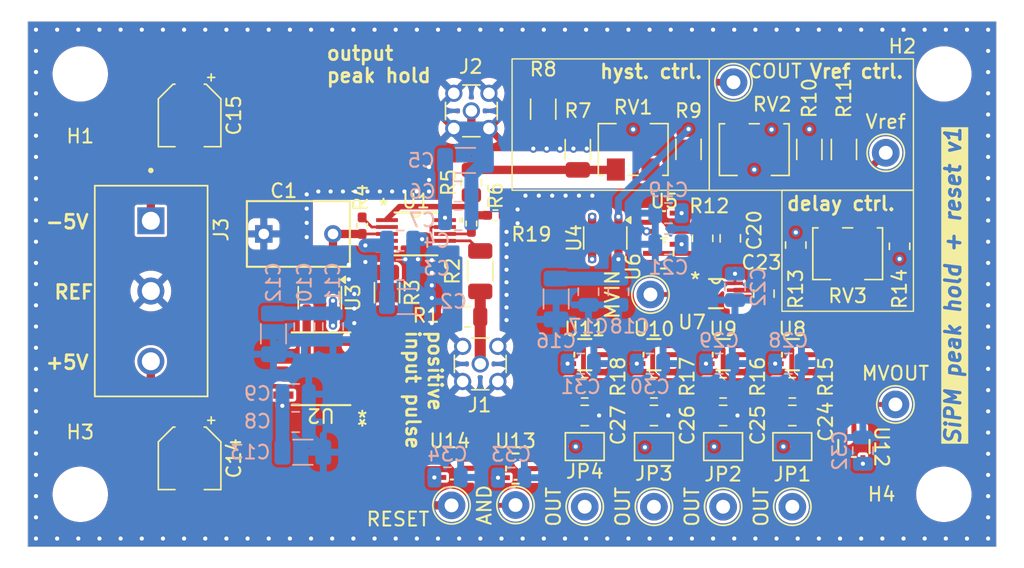
<source format=kicad_pcb>
(kicad_pcb (version 20240108) (generator "pcbnew") (generator_version "8.0")
  (layers (0 "F.Cu" signal) (1 "In1.Cu" signal) (2 "In2.Cu" signal) (31 "B.Cu" signal) (34 "B.Paste" user) (35 "F.Paste" user) (36 "B.SilkS" user "B.Silkscreen") (37 "F.SilkS" user "F.Silkscreen") (38 "B.Mask" user) (39 "F.Mask" user) (44 "Edge.Cuts" user))
  (net 0 "")
  (net 1 "Net-(U1-CHOLD)")
  (net 2 "GND")
  (net 3 "-5V")
  (net 4 "+5V")
  (net 5 "/Peak holder/input-pulse")
  (net 6 "/Peak holder/hold-out")
  (net 7 "Net-(U1-S{slash}HIN+)")
  (net 8 "Net-(U1-HOLDCONTROL)")
  (net 9 "Net-(U1-BASEB)")
  (net 10 "Net-(U1-EMITTERE)")
  (net 11 "Net-(U1-S{slash}HIN-)")
  (net 12 "/Peak holder/delayed-switch-pulse")
  (net 17 "/Peak holder/reset")
  (net 18 "Net-(U6-B)")
  (net 19 "Net-(U7-REXT{slash}CEXT)")
  (net 20 "Net-(U7-CEXT)")
  (net 21 "Net-(JP1-B)")
  (net 22 "Net-(JP2-B)")
  (net 23 "Net-(JP3-B)")
  (net 24 "Net-(JP1-A)")
  (net 25 "Net-(U4-IN+)")
  (net 26 "Net-(U4-OUT)")
  (net 27 "Net-(R9-Pad2)")
  (net 28 "Net-(U4-IN-)")
  (net 29 "Net-(U5-Y)")
  (net 30 "Net-(R14-Pad2)")
  (net 31 "Net-(U8-Y)")
  (net 32 "Net-(U9-Y)")
  (net 33 "Net-(U10-Y)")
  (net 34 "Net-(U11-Y)")
  (net 36 "Net-(U6-Y)")
  (net 37 "/reset-logic/MV PULSE")
  (net 38 "Net-(U13-Y)")
  (net 45 "Net-(U12-Y)")
  (net 47 "Net-(JP4-B)")
  (footprint "Project:NC7ST04P5X" (layer "F.Cu") (at 112.7 65.75 -90)
    (property "Reference" "U12")
    (property "Value" "NC7ST04P5X")
  )
  (footprint "Resistor_SMD:R_1206_3216Metric" (layer "F.Cu") (at 109.48 44.260001 -90)
    (property "Reference" "R10")
    (property "Value" "499k")
  )
  (footprint "Capacitor_SMD:C_0805_2012Metric_Pad1.18x1.45mm_HandSolder" (layer "F.Cu") (at 98.25 63.5)
    (property "Reference" "C26")
    (property "Value" "10p")
  )
  (footprint "Project:74LVCE1G04SE-7" (layer "F.Cu") (at 98.98395 49.5258)
    (property "Reference" "U5")
    (property "Value" "74LVCE1G04SE-7")
  )
  (footprint "Resistor_SMD:R_0402_1005Metric_Pad0.72x0.64mm_HandSolder" (layer "F.Cu") (at 85.06 49.620001 -90)
    (property "Reference" "R6")
    (property "Value" "300")
  )
  (footprint "Project:DGS10" (layer "F.Cu") (at 81.06 50.370001)
    (property "Reference" "U1")
    (property "Value" "OPA615IDGST")
  )
  (footprint "MountingHole:MountingHole_3.5mm" (layer "F.Cu") (at 56.8 38.8 180)
    (property "Reference" "H1")
    (property "Value" "MountingHole")
  )
  (footprint "Resistor_SMD:R_0805_2012Metric_Pad1.20x1.40mm_HandSolder" (layer "F.Cu") (at 108.25 61.5)
    (property "Reference" "R15")
    (property "Value" "1.5k")
  )
  (footprint "Resistor_SMD:R_0402_1005Metric_Pad0.72x0.64mm_HandSolder" (layer "F.Cu") (at 77.1656 49.772501 -90)
    (property "Reference" "R4")
    (property "Value" "100")
  )
  (footprint "Project:TestPoint_THTPad_D2.0mm_Drill1.0mm_JLCrules" (layer "F.Cu") (at 108.25 70.1 90)
    (property "Reference" "OUT")
    (property "Value" "U8OUT")
  )
  (footprint "Capacitor_SMD:CP_Elec_4x4.5" (layer "F.Cu") (at 64.7 41.8 -90)
    (property "Reference" "C15")
    (property "Value" "C_Polarized")
  )
  (footprint "Project:74LVCE1G04SE-7" (layer "F.Cu") (at 83.65 67.3208 180)
    (property "Reference" "U14")
    (property "Value" "74LVCE1G04SE-7")
  )
  (footprint "Project:PHOENIX_1729131" (layer "F.Cu") (at 57.85 46.88 -90)
    (property "Reference" "J3")
    (property "Value" "Screw_Terminal_01x03")
  )
  (footprint "Project:74LVCE1G08SE-7" (layer "F.Cu") (at 98.98395 51.7771)
    (property "Reference" "U6")
    (property "Value" "74LVCE1G08SE-7")
  )
  (footprint "Project:NC7ST04P5X" (layer "F.Cu") (at 103.25 59.100001 180)
    (property "Reference" "U9")
    (property "Value" "NC7ST04P5X")
  )
  (footprint "Project:21-0041B_8_MXM" (layer "F.Cu") (at 74.1975 60.120001 180)
    (property "Reference" "U2")
    (property "Value" "DS1100Z-20+")
  )
  (footprint "Resistor_SMD:R_1206_3216Metric" (layer "F.Cu") (at 92.75 44.275001 90)
    (property "Reference" "R7")
    (property "Value" "500k")
  )
  (footprint "Capacitor_SMD:C_0805_2012Metric" (layer "F.Cu") (at 106.197149 54.6875 90)
    (property "Reference" "C23")
    (property "Value" "100p")
  )
  (footprint "Project:NC7ST04P5X" (layer "F.Cu") (at 98.25 59.100001 180)
    (property "Reference" "U10")
    (property "Value" "NC7ST04P5X")
  )
  (footprint "Resistor_SMD:R_1206_3216Metric" (layer "F.Cu") (at 90.25 41.350001 -90)
    (property "Reference" "R8")
    (property "Value" "1M")
  )
  (footprint "Jumper:SolderJumper-2_P1.3mm_Open_Pad1.0x1.5mm" (layer "F.Cu") (at 98.25 65.75 180)
    (property "Reference" "JP3")
    (property "Value" "SolderJumper_2_Open")
  )
  (footprint "Project:TestPoint_THTPad_D2.0mm_Drill1.0mm_JLCrules" (layer "F.Cu") (at 98 54.75 90)
    (property "Reference" "MVIN")
    (property "Value" "MVIN")
  )
  (footprint "Package_TO_SOT_SMD:SOT-23-5" (layer "F.Cu") (at 74.11 54.982501 -90)
    (property "Reference" "U3")
    (property "Value" "TMUX1102DBVR")
  )
  (footprint "MountingHole:MountingHole_3.5mm" (layer "F.Cu") (at 56.8 69.2)
    (property "Reference" "H3")
    (property "Value" "MountingHole")
  )
  (footprint "Resistor_SMD:R_0805_2012Metric" (layer "F.Cu") (at 84.7875 56.36125)
    (property "Reference" "R1")
    (property "Value" "50")
  )
  (footprint "Potentiometer_SMD:Potentiometer_Bourns_3214W_Vertical" (layer "F.Cu") (at 112.25 51.8)
    (property "Reference" "RV3")
    (property "Value" "200k")
  )
  (footprint "Resistor_SMD:R_0805_2012Metric_Pad1.20x1.40mm_HandSolder" (layer "F.Cu") (at 103.25 61.5)
    (property "Reference" "R16")
    (property "Value" "1.5k")
  )
  (footprint "Capacitor_SMD:CP_Elec_4x4.5" (layer "F.Cu") (at 64.7 66.6 -90)
    (property "Reference" "C14")
    (property "Value" "C_Polarized")
  )
  (footprint "Jumper:SolderJumper-2_P1.3mm_Open_Pad1.0x1.5mm" (layer "F.Cu") (at 108.25 65.75 180)
    (property "Reference" "JP1")
    (property "Value" "SolderJumper_2_Open")
  )
  (footprint "Jumper:SolderJumper-2_P1.3mm_Open_Pad1.0x1.5mm" (layer "F.Cu") (at 93.25 65.75 180)
    (property "Reference" "JP4")
    (property "Value" "SolderJumper_2_Open")
  )
  (footprint "Connector_Coaxial:MMCX_Molex_73415-1471_Vertical" (layer "F.Cu") (at 85.7 59.77 180)
    (property "Reference" "J1")
    (property "Value" "Conn_Coaxial")
  )
  (footprint "MountingHole:MountingHole_3.5mm" (layer "F.Cu") (at 119.2 38.8)
    (property "Reference" "H2")
    (property "Value" "MountingHole")
  )
  (footprint "Project:74LVCE1G08SE-7" (layer "F.Cu") (at 88.25 67.3396 180)
    (property "Reference" "U13")
    (property "Value" "74LVCE1G08SE-7")
  )
  (footprint "Capacitor_SMD:C_0805_2012Metric_Pad1.18x1.45mm_HandSolder" (layer "F.Cu") (at 93.25 63.5)
    (property "Reference" "C27")
    (property "Value" "10p")
  )
  (footprint "Resistor_SMD:R_1206_3216Metric" (layer "F.Cu") (at 85.7 53.0625 -90)
    (property "Reference" "R2")
    (property "Value" "150")
  )
  (footprint "Capacitor_SMD:C_0805_2012Metric" (layer "F.Cu") (at 103.76875 50.6875 90)
    (property "Reference" "C20")
    (property "Value" "10p")
  )
  (footprint "Project:NC7ST04P5X" (layer "F.Cu") (at 108.25 59.100001 180)
    (property "Reference" "U8")
    (property "Value" "NC7ST04P5X")
  )
  (footprint "Capacitor_SMD:C_0805_2012Metric_Pad1.18x1.45mm_HandSolder" (layer "F.Cu") (at 108.25 63.5)
    (property "Reference" "C24")
    (property "Value" "10p")
  )
  (footprint "Resistor_SMD:R_0402_1005Metric_Pad0.72x0.64mm_HandSolder" (layer "F.Cu") (at 86.7975 49.022501 180)
    (property "Reference" "R19")
    (property "Value" "300 or open")
  )
  (footprint "Resistor_SMD:R_0805_2012Metric" (layer "F.Cu") (at 85.06 46.650001 90)
    (property "Reference" "R5")
    (property "Value" "50")
  )
  (footprint "Resistor_SMD:R_1206_3216Metric" (layer "F.Cu") (at 111.98 44.260001 90)
    (property "Reference" "R11")
    (property "Value" "1k")
  )
  (footprint "Project:TestPoint_THTPad_D2.0mm_Drill1.0mm_JLCrules" (layer "F.Cu") (at 104 39.4)
    (property "Reference" "COUT")
    (property "Value" "COMPOUT")
  )
  (footprint "Package_TO_SOT_SMD:SOT-23-5" (layer "F.Cu") (at 94.73395 50.6646 -90)
    (property "Reference" "U4")
    (property "Value" "TLV3601DBVR")
  )
  (footprint "Project:TestPoint_THTPad_D2.0mm_Drill1.0mm_JLCrules" (layer "F.Cu") (at 115.7 62.7)
    (property "Reference" "MVOUT")
    (property "Value" "MVOUT")
  )
  (footprint "Project:TestPoint_THTPad_D2.0mm_Drill1.0mm_JLCrules" (layer "F.Cu") (at 115 44.5)
    (property "Reference" "Vref")
    (property "Value" "Vref")
  )
  (footprint "Resistor_SMD:R_0805_2012Metric" (layer "F.Cu") (at 101.76875 50.6875 90)
    (property "Reference" "R12")
    (property "Value" "500")
  )
  (footprint "Potentiometer_SMD:Potentiometer_Bourns_3214W_Vertical" (layer "F.Cu") (at 96.75 44.262501 180)
    (property "Reference" "RV1")
    (property "Value" "500k")
  )
  (footprint "Resistor_SMD:R_0805_2012Metric_Pad1.20x1.40mm_HandSolder" (layer "F.Cu") (at 93.25 61.5)
    (property "Reference" "R18")
    (property "Value" "1.5k")
  )
  (footprint "Project:FKP2_04.5WX06.0HX07.2L_WIM" (layer "F.Cu") (at 70.06 50.370001)
    (property "Reference" "C1")
    (property "Value" "33p")
  )
  (footprint "Jumper:SolderJumper-2_P1.3mm_Open_Pad1.0x1.5mm" (layer "F.Cu") (at 103.25 65.75 180)
    (property "Reference" "JP2")
    (property "Value" "SolderJumper_2_Open")
  )
  (footprint "Project:TestPoint_THTPad_D2.0mm_Drill1.0mm_JLCrules" (layer "F.Cu") (at 93.25 70.1 90)
    (property "Reference" "OUT")
    (property "Value" "U11OUT")
  )
  (footprint "Project:TestPoint_THTPad_D2.0mm_Drill1.0mm_JLCrules" (layer "F.Cu") (at 88.25 69.975 90)
    (property "Reference" "AND")
    (property "Value" "U13OUT")
  )
  (footprint "Connector_Coaxial:MMCX_Molex_73415-1471_Vertical" (layer "F.Cu") (at 85.06 41.47)
    (property "Reference" "J2")
    (property "Value" "Conn_Coaxial")
  )
  (footprint "Potentiometer_SMD:Potentiometer_Bourns_3214W_Vertical" (layer "F.Cu") (at 105.5 44.272501)
    (property "Reference" "RV2")
    (property "Value" "500k")
  )
  (footprint "Project:NC7ST04P5X" (layer "F.Cu") (at 93.25 59.100001 180)
    (property "Reference" "U11")
    (property "Value" "NC7ST04P5X")
  )
  (footprint "Project:TestPoint_THTPad_D2.0mm_Drill1.0mm_JLCrules" (layer "F.Cu") (at 103.25 70.1 90)
    (property "Reference" "OUT")
    (property "Value" "U9OUT")
  )
  (footprint "MountingHole:MountingHole_3.5mm" (layer "F.Cu") (at 119.2 69.2 90)
    (property "Reference" "H4")
    (property "Value" "MountingHole")
  )
  (footprint "Project:TestPoint_THTPad_D2.0mm_Drill1.0mm_JLCrules" (layer "F.Cu") (at 83.625 70 90)
    (property "Reference" "RESET")
    (property "Value" "RESET")
  )
  (footprint "Capacitor_SMD:C_0805_2012Metric_Pad1.18x1.45mm_HandSolder" (layer "F.Cu") (at 103.25 63.5)
    (property "Reference" "C25")
    (property "Value" "10p")
  )
  (footprint "Resistor_SMD:R_0805_2012Metric" (layer "F.Cu") (at 116 51.2625 90)
    (property "Reference" "R14")
    (property "Value" "100")
  )
  (footprint "Project:SN74LVC1G123DCUR" (layer "F.Cu") (at 102.734649 54.6875)
    (property "Reference" "U7")
    (property "Value" "SN74LVC1G123DCUR")
  )
  (footprint "Resistor_SMD:R_0805_2012Metric_Pad1.20x1.40mm_HandSolder" (layer "F.Cu") (at 98.25 61.5)
    (property "Reference" "R17")
    (property "Value" "1.5k")
  )
  (footprint "Resistor_SMD:R_1206_3216Metric" (layer "F.Cu") (at 78.9645 54.620001 -90)
    (property "Reference" "R3")
    (property "Value" "100")
  )
  (footprint "Resistor_SMD:R_0805_2012Metric" (layer "F.Cu") (at 108.5 51.175 90)
    (property "Reference" "R13")
    (property "Value" "1k")
  )
  (footprint "Resistor_SMD:R_1206_3216Metric" (layer "F.Cu") (at 100.75 44.250001 -90)
    (property "Reference" "R9")
    (property "Value" "500k")
  )
  (footprint "Project:TestPoint_THTPad_D2.0mm_Drill1.0mm_JLCrules" (layer "F.Cu") (at 98.25 70.1 90)
    (property "Reference" "OUT")
    (property "Value" "U10OUT")
  )
  (footprint "Capacitor_SMD:C_0805_2012Metric" (layer "B.Cu") (at 107.961051 59.75 180)
    (property "Reference" "C28")
    (property "Value" "10n")
  )
  (footprint "Capacitor_SMD:C_1206_3216Metric" (layer "B.Cu") (at 70.76 57.595001 -90)
    (property "Reference" "C12")
    (property "Value" "2.2u")
  )
  (footprint "Capacitor_SMD:C_0805_2012Metric" (layer "B.Cu") (at 72.36 61.955001)
    (property "Reference" "C9")
    (property "Value" "470p")
  )
  (footprint "Capacitor_SMD:C_0805_2012Metric" (layer "B.Cu") (at 84.11 47.300001)
    (property "Reference" "C6")
    (property "Value" "10n")
  )
  (footprint "Capacitor_SMD:C_0805_2012Metric" (layer "B.Cu") (at 79.91 52.970001)
    (property "Reference" "C3")
    (property "Value" "10n")
  )
  (footprint "Capacitor_SMD:C_0805_2012Metric" (layer "B.Cu") (at 84.11 49.370001)
    (property "Reference" "C7")
    (property "Value" "470p")
  )
  (footprint "Capacitor_SMD:C_0805_2012Metric" (layer "B.Cu") (at 104.106249 54.2 90)
    (property "Reference" "C22")
    (property "Value" "10n")
  )
  (footprint "Capacitor_SMD:C_1206_3216Metric" (layer "B.Cu") (at 72.885 66.155001)
    (property "Reference" "C13")
    (property "Value" "2.2u")
  )
  (footprint "Capacitor_SMD:C_0805_2012Metric" (layer "B.Cu") (at 79.91 50.857501)
    (property "Reference" "C4")
    (property "Value" "470p")
  )
  (footprint "Capacitor_SMD:C_0805_2012Metric" (layer "B.Cu") (at 99.29915 51.1167)
    (property "Reference" "C21")
    (property "Value" "10n")
  )
  (footprint "Capacitor_SMD:C_1206_3216Metric" (layer "B.Cu") (at 84.635 45.055001)
    (property "Reference" "C5")
    (property "Value" "2.2u")
  )
  (footprint "Capacitor_SMD:C_0805_2012Metric" (layer "B.Cu") (at 102.961051 59.75 180)
    (property "Reference" "C29")
    (property "Value" "10n")
  )
  (footprint "Capacitor_SMD:C_0805_2012Metric" (layer "B.Cu") (at 75.06 57.070001 -90)
    (property "Reference" "C11")
    (property "Value" "470p")
  )
  (footprint "Capacitor_SMD:C_0805_2012Metric" (layer "B.Cu") (at 72.36 63.970001)
    (property "Reference" "C8")
    (property "Value" "10n")
  )
  (footprint "Capacitor_SMD:C_0805_2012Metric" (layer "B.Cu") (at 93.51895 54.55 90)
    (property "Reference" "C17")
    (property "Value" "10n")
  )
  (footprint "Capacitor_SMD:C_0805_2012Metric" (layer "B.Cu") (at 97.961051 59.75 180)
    (property "Reference" "C30")
    (property "Value" "10n")
  )
  (footprint "Capacitor_SMD:C_0805_2012Metric" (layer "B.Cu") (at 83.3348 67.9812)
    (property "Reference" "C34")
    (property "Value" "10n")
  )
  (footprint "Capacitor_SMD:C_0805_2012Metric" (layer "B.Cu") (at 87.9348 68)
    (property "Reference" "C33")
    (property "Value" "10n")
  )
  (footprint "Capacitor_SMD:C_1206_3216Metric" (layer "B.Cu") (at 80.435 55.257501)
    (property "Reference" "C2")
    (property "Value" "2.2u")
  )
  (footprint "Capacitor_SMD:C_0805_2012Metric" (layer "B.Cu") (at 113.349999 66.038949 -90)
    (property "Reference" "C32")
    (property "Value" "10n")
  )
  (footprint "Capacitor_SMD:C_0805_2012Metric" (layer "B.Cu") (at 92.961051 59.75 180)
    (property "Reference" "C31")
    (property "Value" "10n")
  )
  (footprint "Capacitor_SMD:C_1206_3216Metric" (layer "B.Cu") (at 91.18395 55.075 90)
    (property "Reference" "C16")
    (property "Value" "2.2u")
  )
  (footprint "Capacitor_SMD:C_0805_2012Metric" (layer "B.Cu") (at 95.68395 54.55 90)
    (property "Reference" "C18")
    (property "Value" "470p")
  )
  (footprint "Capacitor_SMD:C_0805_2012Metric" (layer "B.Cu") (at 72.995 57.070001 -90)
    (property "Reference" "C10")
    (property "Value" "10n")
  )
  (footprint "Capacitor_SMD:C_0805_2012Metric" (layer "B.Cu") (at 99.29915 48.8654 180)
    (property "Reference" "C19")
    (property "Value" "10n")
  )
  (gr_rect (start 107.5 47.2125) (end 117 55.9625) (stroke (width 0.1)) (fill none) (layer "F.SilkS"))
  (gr_rect (start 88 37.712501) (end 102.25 47.212501) (stroke (width 0.1)) (fill none) (layer "F.SilkS"))
  (gr_rect (start 102.25 37.712501) (end 117 47.212501) (stroke (width 0.1)) (fill none) (layer "F.SilkS"))
  (gr_rect (start 53 35) (end 123 73) (stroke (width 0.05)) (fill none) (layer "Edge.Cuts"))
  (gr_text "SiPM peak hold + reset v1" (at 120.5 65.669046 90) (layer "F.SilkS" knockout) (effects (font (size 1.1 1.1) (thickness 0.24) (bold yes) (italic yes)) (justify left bottom)))
  (gr_text "hyst. ctrl." (at 94.25 39.212501 0) (layer "F.SilkS") (effects (font (size 1 1) (thickness 0.2) (bold yes)) (justify left bottom)))
  (gr_text "Vref ctrl." (at 109.4 39.2 0) (layer "F.SilkS") (effects (font (size 1 1) (thickness 0.2) (bold yes)) (justify left bottom)))
  (gr_text "REF" (at 54.819047 55.164 0) (layer "F.SilkS") (effects (font (size 1 1) (thickness 0.2) (bold yes)) (justify left bottom)))
  (gr_text "-5V" (at 54.2 50.084 0) (layer "F.SilkS") (effects (font (size 1 1) (thickness 0.2) (bold yes)) (justify left bottom)))
  (gr_text "delay ctrl." (at 107.75 48.7625 0) (layer "F.SilkS") (effects (font (size 1 1) (thickness 0.2) (bold yes)) (justify left bottom)))
  (gr_text "output\npeak hold" (at 74.5 39.5 0) (layer "F.SilkS") (effects (font (size 1 1) (thickness 0.2) (bold yes)) (justify left bottom)))
  (gr_text "+5V" (at 54.2 60.244 0) (layer "F.SilkS") (effects (font (size 1 1) (thickness 0.2) (bold yes)) (justify left bottom)))
  (gr_text "positive\ninput pulse" (at 80.25 57.25 270) (layer "F.SilkS") (effects (font (size 1 1) (thickness 0.2) (bold yes)) (justify left bottom)))
  (segment (start 75.06 50.370001) (end 77.1656 50.370001) (width 0.6) (layer "F.Cu") (net 1))
  (segment (start 78.9645 50.370001) (end 77.1656 50.370001) (width 0.2) (layer "F.Cu") (net 1))
  (segment (start 75.06 53.845001) (end 75.06 50.370001) (width 0.6) (layer "F.Cu") (net 1))
  (segment (start 73.16 50.6) (end 73.16 53.845001) (width 0.2) (layer "F.Cu") (net 2))
  (segment (start 82.120002 51.370002) (end 81.5 50.75) (width 0.2) (layer "F.Cu") (net 2))
  (segment (start 83.1555 51.370002) (end 83.1555 52.3555) (width 0.4) (layer "F.Cu") (net 2))
  (segment (start 82.1681 49.870002) (end 82.1381 49.900002) (width 0.2) (layer "F.Cu") (net 2))
  (segment (start 82.1681 51.370002) (end 83.1555 51.370002) (width 0.2) (layer "F.Cu") (net 2))
  (segment (start 83.1555 51.370002) (end 82.120002 51.370002) (width 0.2) (layer "F.Cu") (net 2))
  (segment (start 81.5 50.75) (end 81.7381 50.75) (width 1) (layer "F.Cu") (net 2))
  (segment (start 83.1555 49.870002) (end 82.1681 49.870002) (width 0.2) (layer "F.Cu") (net 2))
  (segment (start 82.1381 51.340002) (end 82.1681 51.370002) (width 0.2) (layer "F.Cu") (net 2))
  (segment (start 82.1381 49.900002) (end 82.1381 51.340002) (width 0.2) (layer "F.Cu") (net 2))
  (via (at 80.288889 52.2) (size 0.6) (drill 0.3) (layers "F.Cu" "B.Cu") (net 2))
  (via (at 65.831104 72.4) (size 0.6) (drill 0.3) (layers "F.Cu" "B.Cu") (net 2))
  (via (at 68.88888 72.4) (size 0.6) (drill 0.3) (layers "F.Cu" "B.Cu") (net 2))
  (via (at 122.4 44.799998) (size 0.6) (drill 0.3) (layers "F.Cu" "B.Cu") (net 2))
  (via (at 79.591096 35.6) (size 0.6) (drill 0.3) (layers "F.Cu" "B.Cu") (net 2))
  (via (at 73.475544 35.6) (size 0.6) (drill 0.3) (layers "F.Cu" "B.Cu") (net 2))
  (via (at 78.44444 47.3) (size 0.6) (drill 0.3) (layers "F.Cu" "B.Cu") (net 2))
  (via (at 88.966666 47.6) (size 0.6) (drill 0.3) (layers "F.Cu" "B.Cu") (net 2))
  (via (at 53.6 46.333331) (size 0.6) (drill 0.3) (layers "F.Cu" "B.Cu") (net 2))
  (via (at 93.8 47.6) (size 0.6) (drill 0.3) (layers "F.Cu" "B.Cu") (net 2))
  (via (at 73.475544 72.4) (size 0.6) (drill 0.3) (layers "F.Cu" "B.Cu") (net 2))
  (via (at 76.6 56.822222) (size 0.6) (drill 0.3) (layers "F.Cu" "B.Cu") (net 2))
  (via (at 87.6 52.955555) (size 0.6) (drill 0.3) (layers "F.Cu" "B.Cu") (net 2))
  (via (at 53.6 37.133333) (size 0.6) (drill 0.3) (layers "F.Cu" "B.Cu") (net 2))
  (via (at 122.4 53.999996) (size 0.6) (drill 0.3) (layers "F.Cu" "B.Cu") (net 2))
  (via (at 104.053304 35.6) (size 0.6) (drill 0.3) (layers "F.Cu" "B.Cu") (net 2))
  (via (at 74.888888 47.3) (size 0.6) (drill 0.3) (layers "F.Cu" "B.Cu") (net 2))
  (via (at 122.4 70.866659) (size 0.6) (drill 0.3) (layers "F.Cu" "B.Cu") (net 2))
  (via (at 119.342184 72.4) (size 0.6) (drill 0.3) (layers "F.Cu" "B.Cu") (net 2))
  (via (at 56.657776 35.6) (size 0.6) (drill 0.3) (layers "F.Cu" "B.Cu") (net 2))
  (via (at 88.764424 35.6) (size 0.6) (drill 0.3) (layers "F.Cu" "B.Cu") (net 2))
  (via (at 99.46664 35.6) (size 0.6) (drill 0.3) (layers "F.Cu" "B.Cu") (net 2))
  (via (at 87.6 54.777777) (size 0.6) (drill 0.3) (layers "F.Cu" "B.Cu") (net 2))
  (via (at 62.773328 72.4) (size 0.6) (drill 0.3) (layers "F.Cu" "B.Cu") (net 2))
  (via (at 91.8222 72.4) (size 0.6) (drill 0.3) (layers "F.Cu" "B.Cu") (net 2))
  (via (at 90.293312 35.6) (size 0.6) (drill 0.3) (layers "F.Cu" "B.Cu") (net 2))
  (via (at 58.186664 72.4) (size 0.6) (drill 0.3) (layers "F.Cu" "B.Cu") (net 2))
  (via (at 120.871072 72.4) (size 0.6) (drill 0.3) (layers "F.Cu" "B.Cu") (net 2))
  (via (at 53.6 55.533329) (size 0.6) (drill 0.3) (layers "F.Cu" "B.Cu") (net 2))
  (via (at 53.6 63.199994) (size 0.6) (drill 0.3) (layers "F.Cu" "B.Cu") (net 2))
  (via (at 55.128888 35.6) (size 0.6) (drill 0.3) (layers "F.Cu" "B.Cu") (net 2))
  (via (at 82.2 55) (size 0.6) (drill 0.3) (layers "F.Cu" "B.Cu") (net 2))
  (via (at 122.4 47.866664) (size 0.6) (drill 0.3) (layers "F.Cu" "B.Cu") (net 2))
  (via (at 53.6 43.266665) (size 0.6) (drill 0.3) (layers "F.Cu" "B.Cu") (net 2))
  (via (at 99.46664 72.4) (size 0.6) (drill 0.3) (layers "F.Cu" "B.Cu") (net 2))
  (via (at 78.062208 72.4) (size 0.6) (drill 0.3) (layers "F.Cu" "B.Cu") (net 2))
  (via (at 94.879976 72.4) (size 0.6) (drill 0.3) (layers "F.Cu" "B.Cu") (net 2))
  (via (at 53.6 57.066662) (size 0.6) (drill 0.3) (layers "F.Cu" "B.Cu") (net 2))
  (via (at 76.53332 35.6) (size 0.6) (drill 0.3) (layers "F.Cu" "B.Cu") (net 2))
  (via (at 56.657776 72.4) (size 0.6) (drill 0.3) (layers "F.Cu" "B.Cu") (net 2))
  (via (at 114.75552 35.6) (size 0.6) (drill 0.3) (layers "F.Cu" "B.Cu") (net 2))
  (via (at 59.715552 72.4) (size 0.6) (drill 0.3) (layers "F.Cu" "B.Cu") (net 2))
  (via (at 65.831104 35.6) (size 0.6) (drill 0.3) (layers "F.Cu" "B.Cu") (net 2))
  (via (at 100.995528 72.4) (size 0.6) (drill 0.3) (layers "F.Cu" "B.Cu") (net 2))
  (via (at 73.16 48.54074) (size 0.6) (drill 0.3) (layers "F.Cu" "B.Cu") (net 2))
  (via (at 87.6 50.222222) (size 0.6) (drill 0.3) (layers "F.Cu" "B.Cu") (net 2))
  (via (at 104.053304 72.4) (size 0.6) (drill 0.3) (layers "F.Cu" "B.Cu") (net 2))
  (via (at 108.639968 72.4) (size 0.6) (drill 0.3) (layers "F.Cu" "B.Cu") (net 2))
  (via (at 122.4 37.133333) (size 0.6) (drill 0.3) (layers "F.Cu" "B.Cu") (net 2))
  (via (at 85.706648 35.6) (size 0.6) (drill 0.3) (layers "F.Cu" "B.Cu") (net 2))
  (via (at 97.937752 35.6) (size 0.6) (drill 0.3) (layers "F.Cu" "B.Cu") (net 2))
  (via (at 59.715552 35.6) (size 0.6) (drill 0.3) (layers "F.Cu" "B.Cu") (net 2))
  (via (at 71.946656 72.4) (size 0.6) (drill 0.3) (layers "F.Cu" "B.Cu") (net 2))
  (via (at 87.235536 35.6) (size 0.6) (drill 0.3) (layers "F.Cu" "B.Cu") (net 2))
  (via (at 67.359992 35.6) (size 0.6) (drill 0.3) (layers "F.Cu" "B.Cu") (net 2))
  (via (at 96.408864 35.6) (size 0.6) (drill 0.3) (layers "F.Cu" "B.Cu") (net 2))
  (via (at 122.4 35.6) (size 0.6) (drill 0.3) (layers "F.Cu" "B.Cu") (net 2))
  (via (at 53.6 70.866659) (size 0.6) (drill 0.3) (layers "F.Cu" "B.Cu") (net 2))
  (via (at 122.4 52.466663) (size 0.6) (drill 0.3) (layers "F.Cu" "B.Cu") (net 2))
  (via (at 81.111104 47.3) (size 0.6) (drill 0.3) (layers "F.Cu" "B.Cu") (net 2))
  (via (at 87.235536 72.4) (size 0.6) (drill 0.3) (layers "F.Cu" "B.Cu") (net 2))
  (via (at 91.866664 47.6) (size 0.6) (drill 0.3) (layers "F.Cu" "B.Cu") (net 2))
  (via (at 71.946656 35.6) (size 0.6) (drill 0.3) (layers "F.Cu" "B.Cu") (net 2))
  (via (at 105.582192 35.6) (size 0.6) (drill 0.3) (layers "F.Cu" "B.Cu") (net 2))
  (via (at 116.284408 35.6) (size 0.6) (drill 0.3) (layers "F.Cu" "B.Cu") (net 2))
  (via (at 107.11108 72.4) (size 0.6) (drill 0.3) (layers "F.Cu" "B.Cu") (net 2))
  (via (at 55.128888 72.4) (size 0.6) (drill 0.3) (layers "F.Cu" "B.Cu") (net 2))
  (via (at 108.639968 35.6) (size 0.6) (drill 0.3) (layers "F.Cu" "B.Cu") (net 2))
  (via (at 82.648872 35.6) (size 0.6) (drill 0.3) (layers "F.Cu" "B.Cu") (net 2))
  (via (at 53.6 66.26666) (size 0.6) (drill 0.3) (layers "F.Cu" "B.Cu") (net 2))
  (via (at 53.6 41.733332) (size 0.6) (drill 0.3) (layers "F.Cu" "B.Cu") (net 2))
  (via (at 81.5 50.75) (size 0.6) (drill 0.3) (layers "F.Cu" "B.Cu") (net 2))
  (via (at 93.4 44.2) (size 0.6) (drill 0.3) (layers "F.Cu" "B.Cu") (net 2))
  (via (at 53.6 67.799993) (size 0.6) (drill 0.3) (layers "F.Cu" "B.Cu") (net 2))
  (via (at 73.16 50.6) (size 0.6) (drill 0.3) (layers "F.Cu" "B.Cu") (net 2))
  (via (at 122.4 63.199994) (size 0.6) (drill 0.3) (layers "F.Cu" "B.Cu") (net 2))
  (via (at 53.6 69.333326) (size 0.6) (drill 0.3) (layers "F.Cu" "B.Cu") (net 2))
  (via (at 81.119984 35.6) (size 0.6) (drill 0.3) (layers "F.Cu" "B.Cu") (net 2))
  (via (at 53.6 61.666661) (size 0.6) (drill 0.3) (layers "F.Cu" "B.Cu") (net 2))
  (via (at 80.222216 47.3) (size 0.6) (drill 0.3) (layers "F.Cu" "B.Cu") (net 2))
  (via (at 87.6 56.6) (size 0.6) (drill 0.3) (layers "F.Cu" "B.Cu") (net 2))
  (via (at 102.524416 35.6) (size 0.6) (drill 0.3) (layers "F.Cu" "B.Cu") (net 2))
  (via (at 64.302216 72.4) (size 0.6) (drill 0.3) (layers "F.Cu" "B.Cu") (net 2))
  (via (at 88.764424 72.4) (size 0.6) (drill 0.3) (layers "F.Cu" "B.Cu") (net 2))
  (via (at 73.16 47.511111) (size 0.6) (drill 0.3) (layers "F.Cu" "B.Cu") (net 2))
  (via (at 84.17776 72.4) (size 0.6) (drill 0.3) (layers "F.Cu" "B.Cu") (net 2))
  (via (at 122.4 61.666661) (size 0.6) (drill 0.3) (layers "F.Cu" "B.Cu") (net 2))
  (via (at 92.43333 44.2) (size 0.6) (drill 0.3) (layers "F.Cu" "B.Cu") (net 2))
  (via (at 81.119984 72.4) (size 0.6) (drill 0.3) (layers "F.Cu" "B.Cu") (net 2))
  (via (at 53.6 60.133328) (size 0.6) (drill 0.3) (layers "F.Cu" "B.Cu") (net 2))
  (via (at 111.697744 72.4) (size 0.6) (drill 0.3) (layers "F.Cu" "B.Cu") (net 2))
  (via (at 113.226632 35.6) (size 0.6) (drill 0.3) (layers "F.Cu" "B.Cu") (net 2))
  (via (at 87.6 51.133333) (size 0.6) (drill 0.3) (layers "F.Cu" "B.Cu") (net 2))
  (via (at 53.6 50.93333) (size 0.6) (drill 0.3) (layers "F.Cu" "B.Cu") (net 2))
  (via (at 70.417768 72.4) (size 0.6) (drill 0.3) (layers "F.Cu" "B.Cu") (net 2))
  (via (at 122.4 46.333331) (size 0.6) (drill 0.3) (layers "F.Cu" "B.Cu") (net 2))
  (via (at 75.777776 47.3) (size 0.6) (drill 0.3) (layers "F.Cu" "B.Cu") (net 2))
  (via (at 93.351088 35.6) (size 0.6) (drill 0.3) (layers "F.Cu" "B.Cu") (net 2))
  (via (at 53.6 40.199999) (size 0.6) (drill 0.3) (layers "F.Cu" "B.Cu") (net 2))
  (via (at 94.2875 63.5) (size 0.6) (drill 0.3) (layers "F.Cu" "B.Cu") (net 2))
  (via (at 87.6 53.866666) (size 0.6) (drill 0.3) (layers "F.Cu" "B.Cu") (net 2))
  (via (at 88.4 48.6) (size 0.6) (drill 0.3) (layers "F.Cu" "B.Cu") (net 2))
  (via (at 77.4 52.4) (size 0.6) (drill 0.3) (layers "F.Cu" "B.Cu") (net 2))
  (via (at 61.24444 35.6) (size 0.6) (drill 0.3) (layers "F.Cu" "B.Cu") (net 2))
  (via (at 119.342184 35.6) (size 0.6) (drill 0.3) (layers "F.Cu" "B.Cu") (net 2))
  (via (at 53.6 64.733327) (size 0.6) (drill 0.3) (layers "F.Cu" "B.Cu") (net 2))
  (via (at 122.4 69.333326) (size 0.6) (drill 0.3) (layers "F.Cu" "B.Cu") (net 2))
  (via (at 110.168856 72.4) (size 0.6) (drill 0.3) (layers "F.Cu" "B.Cu") (net 2))
  (via (at 82 46.466666) (size 0.6) (drill 0.3) (layers "F.Cu" "B.Cu") (net 2))
  (via (at 53.6 52.466663) (size 0.6) (drill 0.3) (layers "F.Cu" "B.Cu") (net 2))
  (via (at 70.417768 35.6) (size 0.6) (drill 0.3) (layers "F.Cu" "B.Cu") (net 2))
  (via (at 122.4 40.199999) (size 0.6) (drill 0.3) (layers "F.Cu" "B.Cu") (net 2))
  (via (at 89.933332 47.6) (size 0.6) (drill 0.3) (layers "F.Cu" "B.Cu") (net 2))
  (via (at 76.2 52.6) (size 0.6) (drill 0.3) (layers "F.Cu" "B.Cu") (net 2))
  (via (at 53.6 58.599995) (size 0.6) (drill 0.3) (layers "F.Cu" "B.Cu") (net 2))
  (via (at 122.4 58.599995) (size 0.6) (drill 0.3) (layers "F.Cu" "B.Cu") (net 2))
  (via (at 100.995528 35.6) (size 0.6) (drill 0.3) (layers "F.Cu" "B.Cu") (net 2))
  (via (at 122.4 60.133328) (size 0.6) (drill 0.3) (layers "F.Cu" "B.Cu") (net 2))
  (via (at 117.813296 72.4) (size 0.6) (drill 0.3) (layers "F.Cu" "B.Cu") (net 2))
  (via (at 122.4 50.93333) (size 0.6) (drill 0.3) (layers "F.Cu" "B.Cu") (net 2))
  (via (at 82.2 54.088889) (size 0.6) (drill 0.3) (layers "F.Cu" "B.Cu") (net 2))
  (via (at 79.591096 72.4) (size 0.6) (drill 0.3) (layers "F.Cu" "B.Cu") (net 2))
  (via (at 122.4 49.399997) (size 0.6) (drill 0.3) (layers "F.Cu" "B.Cu") (net 2))
  (via (at 81.2 52.2) (size 0.6) (drill 0.3) (layers "F.Cu" "B.Cu") (net 2))
  (via (at 76.2 53.655555) (size 0.6) (drill 0.3) (layers "F.Cu" "B.Cu") (net 2))
  (via (at 53.6 49.399997) (size 0.6) (drill 0.3) (layers "F.Cu" "B.Cu") (net 2))
  (via (at 99.2875 63.5) (size 0.6) (drill 0.3) (layers "F.Cu" "B.Cu") (net 2))
  (via (at 122.4 43.266665) (size 0.6) (drill 0.3) (layers "F.Cu" "B.Cu") (net 2))
  (via (at 96.408864 72.4) (size 0.6) (drill 0.3) (layers "F.Cu" "B.Cu") (net 2))
  (via (at 90.293312 72.4) (size 0.6) (drill 0.3) (layers "F.Cu" "B.Cu") (net 2))
  (via (at 68.88888 35.6) (size 0.6) (drill 0.3) (layers "F.Cu" "B.Cu") (net 2))
  (via (at 122.4 66.26666) (size 0.6) (drill 0.3) (layers "F.Cu" "B.Cu") (net 2))
  (via (at 87.6 55.688888) (size 0.6) (drill 0.3) (layers "F.Cu" "B.Cu") (net 2))
  (via (at 62.773328 35.6) (size 0.6) (drill 0.3) (layers "F.Cu" "B.Cu") (net 2))
  (via (at 122.4 64.733327) (size 0.6) (drill 0.3) (layers "F.Cu" "B.Cu") (net 2))
  (via (at 90.899998 47.6) (size 0.6) (drill 0.3) (layers "F.Cu" "B.Cu") (net 2))
  (via (at 58.186664 35.6) (size 0.6) (drill 0.3) (layers "F.Cu" "B.Cu") (net 2))
  (via (at 79.333328 47.3) (size 0.6) (drill 0.3) (layers "F.Cu" "B.Cu") (net 2))
  (via (at 91.466664 44.2) (size 0.6) (drill 0.3) (layers "F.Cu" "B.Cu") (net 2))
  (via (at 93.351088 72.4) (size 0.6) (drill 0.3) (layers "F.Cu" "B.Cu") (net 2))
  (via (at 90.499998 44.2) (size 0.6) (drill 0.3) (layers "F.Cu" "B.Cu") (net 2))
  (via (at 111.697744 35.6) (size 0.6) (drill 0.3) (layers "F.Cu" "B.Cu") (net 2))
  (via (at 76.53332 72.4) (size 0.6) (drill 0.3) (layers "F.Cu" "B.Cu") (net 2))
  (via (at 53.6 38.666666) (size 0.6) (drill 0.3) (layers "F.Cu" "B.Cu") (net 2))
  (via (at 77.555552 47.3) (size 0.6) (drill 0.3) (layers "F.Cu" "B.Cu") (net 2))
  (via (at 116.284408 72.4) (size 0.6) (drill 0.3) (layers "F.Cu" "B.Cu") (net 2))
  (via (at 78.062208 35.6) (size 0.6) (drill 0.3) (layers "F.Cu" "B.Cu") (net 2))
  (via (at 92.83333 47.6) (size 0.6) (drill 0.3) (layers "F.Cu" "B.Cu") (net 2))
  (via (at 120.871072 35.6) (size 0.6) (drill 0.3) (layers "F.Cu" "B.Cu") (net 2))
  (via (at 110.168856 35.6) (size 0.6) (drill 0.3) (layers "F.Cu" "B.Cu") (net 2))
  (via (at 76.6 54.71111) (size 0.6) (drill 0.3) (layers "F.Cu" "B.Cu") (net 2))
  (via (at 67.359992 72.4) (size 0.6) (drill 0.3) (layers "F.Cu" "B.Cu") (net 2))
  (via (at 76.666664 47.3) (size 0.6) (drill 0.3) (layers "F.Cu" "B.Cu") (net 2))
  (via (at 53.6 53.999996) (size 0.6) (drill 0.3) (layers "F.Cu" "B.Cu") (net 2))
  (via (at 104.2875 63.5) (size 0.6) (drill 0.3) (layers "F.Cu" "B.Cu") (net 2))
  (via (at 73.16 49.570369) (size 0.6) (drill 0.3) (layers "F.Cu" "B.Cu") (net 2))
  (via (at 85.706648 72.4) (size 0.6) (drill 0.3) (layers "F.Cu" "B.Cu") (net 2))
  (via (at 114.75552 72.4) (size 0.6) (drill 0.3) (layers "F.Cu" "B.Cu") (net 2))
  (via (at 107.11108 35.6) (size 0.6) (drill 0.3) (layers "F.Cu" "B.Cu") (net 2))
  (via (at 88.4 49.6) (size 0.6) (drill 0.3) (layers "F.Cu" "B.Cu") (net 2))
  (via (at 122.4 72.4) (size 0.6) (drill 0.3) (layers "F.Cu" "B.Cu") (net 2))
  (via (at 82.2 53.177778) (size 0.6) (drill 0.3) (layers "F.Cu" "B.Cu") (net 2))
  (via (at 122.4 57.066662) (size 0.6) (drill 0.3) (layers "F.Cu" "B.Cu") (net 2))
  (via (at 53.6 72.4) (size 0.6) (drill 0.3) (layers "F.Cu" "B.Cu") (net 2))
  (via (at 82 45.533333) (size 0.6) (drill 0.3) (layers "F.Cu" "B.Cu") (net 2))
  (via (at 94.879976 35.6) (size 0.6) (drill 0.3) (layers "F.Cu" "B.Cu") (net 2))
  (via (at 82.2 56.822222) (size 0.6) (drill 0.3) (layers "F.Cu" "B.Cu") (net 2))
  (via (at 53.6 47.866664) (size 0.6) (drill 0.3) (layers "F.Cu" "B.Cu") (net 2))
  (via (at 113.226632 72.4) (size 0.6) (drill 0.3) (layers "F.Cu" "B.Cu") (net 2))
  (via (at 76.6 55.766665) (size 0.6) (drill 0.3) (layers "F.Cu" "B.Cu") (net 2))
  (via (at 75.004432 72.4) (size 0.6) (drill 0.3) (layers "F.Cu" "B.Cu") (net 2))
  (via (at 84.17776 35.6) (size 0.6) (drill 0.3) (layers "F.Cu" "B.Cu") (net 2))
  (via (at 122.4 38.666666) (size 0.6) (drill 0.3) (layers "F.Cu" "B.Cu") (net 2))
  (via (at 87.6 52.044444) (size 0.6) (drill 0.3) (layers "F.Cu" "B.Cu") (net 2))
  (via (at 97.71875 50.1862) (size 0.6) (drill 0.3) (layers "F.Cu" "B.Cu") (net 2))
  (via (at 82.2 52.266667) (size 0.6) (drill 0.3) (layers "F.Cu" "B.Cu") (net 2))
  (via (at 53.6 35.6) (size 0.6) (drill 0.3) (layers "F.Cu" "B.Cu") (net 2))
  (via (at 117.813296 35.6) (size 0.6) (drill 0.3) (layers "F.Cu" "B.Cu") (net 2))
  (via (at 82 47.3) (size 0.6) (drill 0.3) (layers "F.Cu" "B.Cu") (net 2))
  (via (at 89.533332 44.2) (size 0.6) (drill 0.3) (layers "F.Cu" "B.Cu") (net 2))
  (via (at 53.6 44.799998) (size 0.6) (drill 0.3) (layers "F.Cu" "B.Cu") (net 2))
  (via (at 82.648872 72.4) (size 0.6) (drill 0.3) (layers "F.Cu" "B.Cu") (net 2))
  (via (at 75.004432 35.6) (size 0.6) (drill 0.3) (layers "F.Cu" "B.Cu") (net 2))
  (via (at 74 47.3) (size 0.6) (drill 0.3) (layers "F.Cu" "B.Cu") (net 2))
  (via (at 97.937752 72.4) (size 0.6) (drill 0.3) (layers "F.Cu" "B.Cu") (net 2))
  (via (at 122.4 41.733332) (size 0.6) (drill 0.3) (layers "F.Cu" "B.Cu") (net 2))
  (via (at 82.2 55.911111) (size 0.6) (drill 0.3) (layers "F.Cu" "B.Cu") (net 2))
  (via (at 122.4 55.533329) (size 0.6) (drill 0.3) (layers "F.Cu" "B.Cu") (net 2))
  (via (at 64.302216 35.6) (size 0.6) (drill 0.3) (layers "F.Cu" "B.Cu") (net 2))
  (via (at 102.524416 72.4) (size 0.6) (drill 0.3) (layers "F.Cu" "B.Cu") (net 2))
  (via (at 61.24444 72.4) (size 0.6) (drill 0.3) (layers "F.Cu" "B.Cu") (net 2))
  (via (at 122.4 67.799993) (size 0.6) (drill 0.3) (layers "F.Cu" "B.Cu") (net 2))
  (via (at 105.582192 72.4) (size 0.6) (drill 0.3) (layers "F.Cu" "B.Cu") (net 2))
  (via (at 91.8222 35.6) (size 0.6) (drill 0.3) (layers "F.Cu" "B.Cu") (net 2))
  (segment (start 85.06 46.105001) (end 86.11 45.055001) (width 1) (layer "B.Cu") (net 2))
  (segment (start 83.79 42.74) (end 85 42.74) (width 1) (layer "B.Cu") (net 2))
  (segment (start 80.86 54.207501) (end 81.91 55.257501) (width 1) (layer "B.Cu") (net 2))
  (segment (start 71.81 58.020001) (end 70.76 59.070001) (width 1) (layer "B.Cu") (net 2))
  (segment (start 86.11 45.055001) (end 86.11 42.96) (width 1) (layer "B.Cu") (net 2))
  (segment (start 81.5 50.75) (end 80.967501 50.75) (width 1) (layer "B.Cu") (net 2))
  (segment (start 86.105001 45.055001) (end 83.79 42.74) (width 1) (layer "B.Cu") (net 2))
  (segment (start 85.06 49.370001) (end 85.06 46.105001) (width 1) (layer "B.Cu") (net 2))
  (segment (start 85 42.74) (end 86.33 42.74) (width 1) (layer "B.Cu") (net 2))
  (segment (start 80.967501 50.75) (end 80.86 50.857501) (width 1) (layer "B.Cu") (net 2))
  (segment (start 86.11 42.96) (end 86.33 42.74) (width 1) (layer "B.Cu") (net 2))
  (segment (start 86.11 45.055001) (end 86.105001 45.055001) (width 1) (layer "B.Cu") (net 2))
  (segment (start 73.31 65.105001) (end 74.36 66.155001) (width 1) (layer "B.Cu") (net 2))
  (segment (start 80.86 54.207501) (end 80.86 50.857501) (width 1) (layer "B.Cu") (net 2))
  (segment (start 86.11 43.85) (end 85 42.74) (width 1) (layer "B.Cu") (net 2))
  (segment (start 75.06 58.020001) (end 71.81 58.020001) (width 1) (layer "B.Cu") (net 2))
  (segment (start 86.11 45.055001) (end 86.11 43.85) (width 1) (layer "B.Cu") (net 2))
  (segment (start 73.31 61.955001) (end 73.31 65.105001) (width 1) (layer "B.Cu") (net 2))
  (segment (start 77.73 50.87) (end 78.9645 50.87) (width 0.2) (layer "F.Cu") (net 3))
  (segment (start 61.9 49.42) (end 61.9 46.8) (width 0.6) (layer "F.Cu") (net 3))
  (segment (start 61.9 46.8) (end 64.7 44) (width 0.6) (layer "F.Cu") (net 3))
  (segment (start 77.4 51.2) (end 77.73 50.87) (width 0.2) (layer "F.Cu") (net 3))
  (via (at 77.4 51.2) (size 0.6) (drill 0.3) (layers "F.Cu" "B.Cu") (net 3))
  (segment (start 78.96 55.257501) (end 78.96 50.857501) (width 1) (layer "B.Cu") (net 3))
  (segment (start 77.4 51.2) (end 78.617501 51.2) (width 1) (layer "B.Cu") (net 3))
  (segment (start 78.617501 51.2) (end 78.96 50.857501) (width 0.6) (layer "B.Cu") (net 3))
  (segment (start 104.106249 53.25) (end 104.106249 53.937499) (width 0.2) (layer "F.Cu") (net 4))
  (segment (start 61.9 59.58) (end 61.9 61.6) (width 0.6) (layer "F.Cu") (net 4))
  (segment (start 103.26875 53.937499) (end 104.106249 53.937499) (width 0.25) (layer "F.Cu") (net 4))
  (segment (start 75.06 55.2) (end 75.06 57) (width 0.4) (layer "F.Cu") (net 4))
  (segment (start 102.268749 54.9375) (end 103.26875 53.937499) (width 0.25) (layer "F.Cu") (net 4))
  (segment (start 83.1555 49.2) (end 83.1555 49.37) (width 0.2) (layer "F.Cu") (net 4))
  (segment (start 71.4 62.098351) (end 71.47335 62.025001) (width 0.2) (layer "F.Cu") (net 4))
  (segment (start 61.9 61.6) (end 64.7 64.4) (width 0.6) (layer "F.Cu") (net 4))
  (segment (start 75.06 56.120001) (end 75.06 55.2) (width 0.4) (layer "F.Cu") (net 4))
  (segment (start 75.06 56.120001) (end 75.06 57) (width 0.4) (layer "F.Cu") (net 4))
  (segment (start 101.363049 54.9375) (end 102.268749 54.9375) (width 0.25) (layer "F.Cu") (net 4))
  (segment (start 71.4 62.8) (end 71.4 62.098351) (width 0.5) (layer "F.Cu") (net 4))
  (via (at 107.011051 59.75) (size 0.6) (drill 0.3) (layers "F.Cu" "B.Cu") (net 4))
  (via (at 97.011051 59.75) (size 0.6) (drill 0.3) (layers "F.Cu" "B.Cu") (net 4))
  (via (at 95.68395 52.2021) (size 0.6) (drill 0.3) (layers "F.Cu" "B.Cu") (net 4))
  (via (at 109.48 42.797501) (size 0.6) (drill 0.3) (layers "F.Cu" "B.Cu") (net 4))
  (via (at 102.011051 59.75) (size 0.6) (drill 0.3) (layers "F.Cu" "B.Cu") (net 4))
  (via (at 71.4 62.8) (size 0.6) (drill 0.3) (layers "F.Cu" "B.Cu") (net 4))
  (via (at 116 52.175) (size 0.6) (drill 0.3) (layers "F.Cu" "B.Cu") (net 4))
  (via (at 113.349999 66.988949) (size 0.6) (drill 0.3) (layers "F.Cu" "B.Cu") (net 4))
  (via (at 83.1555 49.2) (size 0.6) (drill 0.3) (layers "F.Cu" "B.Cu") (net 4))
  (via (at 75.06 57) (size 0.6) (drill 0.3) (layers "F.Cu" "B.Cu") (net 4))
  (via (at 106.75 42.822501) (size 0.6) (drill 0.3) (layers "F.Cu" "B.Cu") (net 4))
  (via (at 75.06 55.2) (size 0.6) (drill 0.3) (layers "F.Cu" "B.Cu") (net 4))
  (via (at 104.106249 53.25) (size 0.6) (drill 0.3) (layers "F.Cu" "B.Cu") (net 4))
  (via (at 100.24915 51.1167) (size 0.6) (drill 0.3) (layers "F.Cu" "B.Cu") (net 4))
  (via (at 108.5 50.2625) (size 0.6) (drill 0.3) (layers "F.Cu" "B.Cu") (net 4))
  (via (at 92.011051 59.75) (size 0.6) (drill 0.3) (layers "F.Cu" "B.Cu") (net 4))
  (via (at 100.24915 48.8654) (size 0.6) (drill 0.3) (layers "F.Cu" "B.Cu") (net 4))
  (via (at 86.9848 68) (size 0.6) (drill 0.3) (layers "F.Cu" "B.Cu") (net 4))
  (via (at 82.3848 67.9812) (size 0.6) (drill 0.3) (layers "F.Cu" "B.Cu") (net 4))
  (segment (start 95.68395 52.2021) (end 95.68395 53.6) (width 1) (layer "B.Cu") (net 4))
  (segment (start 75.06 57) (end 75.06 56.120001) (width 0.6) (layer "B.Cu") (net 4))
  (segment (start 70.76 56.120001) (end 75.06 56.120001) (width 1) (layer "B.Cu") (net 4))
  (segment (start 75.06 56.120001) (end 75.06 55.2) (width 0.6) (layer "B.Cu") (net 4))
  (segment (start 83.1555 49) (end 83.16 48.9955) (width 0.3) (layer "B.Cu") (net 4))
  (segment (start 83.16 48.9955) (end 83.16 45.055001) (width 1) (layer "B.Cu") (net 4))
  (segment (start 95.68395 53.6) (end 91.18395 53.6) (width 1) (layer "B.Cu") (net 4))
  (segment (start 71.41 66.155001) (end 71.41 61.955001) (width 1) (layer "B.Cu") (net 4))
  (segment (start 85.7 59.77) (end 85.7 54.525) (width 0.8) (layer "F.Cu") (net 5))
  (segment (start 85.06 45.737501) (end 95.475 45.737501) (width 0.6) (layer "F.Cu") (net 6))
  (segment (start 95.475 45.737501) (end 95.5 45.712501) (width 0.6) (layer "F.Cu") (net 6))
  (segment (start 85.06 41.47) (end 85.06 45.737501) (width 0.6) (layer "F.Cu") (net 6))
  (segment (start 83.1555 50.87) (end 83.160501 50.875001) (width 0.2) (layer "F.Cu") (net 7))
  (segment (start 84.97 50.87) (end 83.1555 50.87) (width 0.2) (layer "F.Cu") (net 7))
  (segment (start 85.7 51.6) (end 84.97 50.87) (width 0.2) (layer "F.Cu") (net 7))
  (segment (start 78.9645 53.157501) (end 78.9645 51.370002) (width 0.3) (layer "F.Cu") (net 8))
  (segment (start 77.1656 49.175001) (end 77.860601 49.870002) (width 0.2) (layer "F.Cu") (net 9))
  (segment (start 77.860601 49.870002) (end 78.9645 49.870002) (width 0.2) (layer "F.Cu") (net 9))
  (segment (start 85.06 49.022501) (end 85.06 48.4) (width 0.6) (layer "F.Cu") (net 10))
  (segment (start 85.06 49.022501) (end 86.2 49.022501) (width 0.6) (layer "F.Cu") (net 10))
  (segment (start 85.06 48.4) (end 85.06 47.562501) (width 0.6) (layer "F.Cu") (net 10))
  (segment (start 79.864802 48.4) (end 78.9645 49.300302) (width 0.4) (layer "F.Cu") (net 10))
  (segment (start 85.06 48.4) (end 79.864802 48.4) (width 0.4) (layer "F.Cu") (net 10))
  (segment (start 84.9075 50.370001) (end 85.06 50.217501) (width 0.2) (layer "F.Cu") (net 11))
  (segment (start 83.1555 50.370001) (end 84.9075 50.370001) (width 0.2) (layer "F.Cu") (net 11))
  (segment (start 73.16 59.531901) (end 73.16 56.120001) (width 0.6) (layer "F.Cu") (net 12))
  (segment (start 71.47335 60.755001) (end 71.9369 60.755001) (width 0.6) (layer "F.Cu") (net 12))
  (segment (start 71.9369 60.755001) (end 73.16 59.531901) (width 0.6) (layer "F.Cu") (net 12))
  (segment (start 78.9645 65.9645) (end 79.6604 66.6604) (width 0.6) (layer "F.Cu") (net 17))
  (segment (start 80.5 68.75) (end 80.5 66.6604) (width 0.6) (layer "F.Cu") (net 17))
  (segment (start 78.939499 62.025001) (end 78.9645 62) (width 0.6) (layer "F.Cu") (net 17))
  (segment (start 80.5 66.6604) (end 82.6848 66.6604) (width 0.6) (layer "F.Cu") (net 17))
  (segment (start 76.92165 62.025001) (end 78.939499 62.025001) (width 0.6) (layer "F.Cu") (net 17))
  (segment (start 78.9645 62) (end 78.9645 65.9645) (width 0.6) (layer "F.Cu") (net 17))
  (segment (start 79.6604 66.6604) (end 80.5 66.6604) (width 0.6) (layer "F.Cu") (net 17))
  (segment (start 81.75 70) (end 80.5 68.75) (width 0.6) (layer "F.Cu") (net 17))
  (segment (start 78.9645 56.082501) (end 78.9645 62) (width 0.6) (layer "F.Cu") (net 17))
  (segment (start 83.6152 70) (end 81.75 70) (width 0.6) (layer "F.Cu") (net 17))
  (segment (start 101.76875 51.6) (end 103.73125 51.6) (width 0.35) (layer "F.Cu") (net 18))
  (segment (start 98.01875 51.7771) (end 101.59165 51.7771) (width 0.35) (layer "F.Cu") (net 18))
  (segment (start 101.59165 51.7771) (end 101.76875 51.6) (width 0.35) (layer "F.Cu") (net 18))
  (segment (start 105.497149 54.4375) (end 106.197149 53.7375) (width 0.35) (layer "F.Cu") (net 19))
  (segment (start 107.847149 52.0875) (end 106.197149 53.7375) (width 0.35) (layer "F.Cu") (net 19))
  (segment (start 108.9 53.25) (end 108.5 52.85) (width 0.35) (layer "F.Cu") (net 19))
  (segment (start 104.106249 54.4375) (end 105.497149 54.4375) (width 0.35) (layer "F.Cu") (net 19))
  (segment (start 108.5 52.0875) (end 107.847149 52.0875) (width 0.35) (layer "F.Cu") (net 19))
  (segment (start 112.25 53.25) (end 108.9 53.25) (width 0.35) (layer "F.Cu") (net 19))
  (segment (start 108.5 52.85) (end 108.5 52.0875) (width 0.35) (layer "F.Cu") (net 19))
  (segment (start 106.197149 55.6375) (end 105.497149 54.9375) (width 0.35) (layer "F.Cu") (net 20))
  (segment (start 105.497149 54.9375) (end 104.106249 54.9375) (width 0.35) (layer "F.Cu") (net 20))
  (segment (start 107.25 65.4) (end 107.5 65.65) (width 0.35) (layer "F.Cu") (net 21))
  (segment (start 105.061052 59.100001) (end 104.288949 59.100001) (width 0.35) (layer "F.Cu") (net 21))
  (segment (start 107.6 65.75) (end 107.6 65.75) (width 0.35) (layer "F.Cu") (net 21))
  (segment (start 106.211051 61.5) (end 105.661053 60.950002) (width 0.35) (layer "F.Cu") (net 21))
  (segment (start 105.661053 60.950002) (end 105.661053 59.700002) (width 0.35) (layer "F.Cu") (net 21))
  (segment (start 107.5 65.65) (end 107.5 65.75) (width 0.35) (layer "F.Cu") (net 21))
  (segment (start 107.5 65.75) (end 107.6 65.75) (width 0.35) (layer "F.Cu") (net 21))
  (segment (start 107.25 61.5) (end 107.25 65.4) (width 0.35) (layer "F.Cu") (net 21))
  (segment (start 105.661053 59.700002) (end 105.061052 59.100001) (width 0.35) (layer "F.Cu") (net 21))
  (segment (start 107.25 61.5) (end 106.211051 61.5) (width 0.35) (layer "F.Cu") (net 21))
  (via (at 107.6 65.75) (size 0.6) (drill 0.3) (layers "F.Cu" "B.Cu") (net 21))
  (segment (start 102.6 65.75) (end 102.6 65.75) (width 0.35) (layer "F.Cu") (net 22))
  (segment (start 102.5 65.75) (end 102.6 65.75) (width 0.35) (layer "F.Cu") (net 22))
  (segment (start 100.061054 59.100001) (end 99.288949 59.100001) (width 0.35) (layer "F.Cu") (net 22))
  (segment (start 100.661053 59.7) (end 100.061054 59.100001) (width 0.35) (layer "F.Cu") (net 22))
  (segment (start 102.25 61.5) (end 101.211053 61.5) (width 0.35) (layer "F.Cu") (net 22))
  (segment (start 102.25 61.5) (end 102.25 65.4) (width 0.35) (layer "F.Cu") (net 22))
  (segment (start 100.661053 60.95) (end 100.661053 59.7) (width 0.35) (layer "F.Cu") (net 22))
  (segment (start 102.25 65.4) (end 102.5 65.65) (width 0.35) (layer "F.Cu") (net 22))
  (segment (start 102.5 65.65) (end 102.5 65.75) (width 0.35) (layer "F.Cu") (net 22))
  (segment (start 101.211053 61.5) (end 100.661053 60.95) (width 0.35) (layer "F.Cu") (net 22))
  (via (at 102.6 65.75) (size 0.6) (drill 0.3) (layers "F.Cu" "B.Cu") (net 22))
  (segment (start 97.6 65.75) (end 97.6 65.75) (width 0.35) (layer "F.Cu") (net 23))
  (segment (start 95.661053 60.95) (end 95.661053 59.7) (width 0.35) (layer "F.Cu") (net 23))
  (segment (start 97.5 65.65) (end 97.5 65.75) (width 0.35) (layer "F.Cu") (net 23))
  (segment (start 95.061054 59.100001) (end 94.288949 59.100001) (width 0.35) (layer "F.Cu") (net 23))
  (segment (start 97.25 61.5) (end 96.211053 61.5) (width 0.35) (layer "F.Cu") (net 23))
  (segment (start 97.25 61.5) (end 97.25 65.4) (width 0.35) (layer "F.Cu") (net 23))
  (segment (start 97.25 65.4) (end 97.5 65.65) (width 0.35) (layer "F.Cu") (net 23))
  (segment (start 95.661053 59.7) (end 95.061054 59.100001) (width 0.35) (layer "F.Cu") (net 23))
  (segment (start 97.5 65.75) (end 97.6 65.75) (width 0.35) (layer "F.Cu") (net 23))
  (segment (start 96.211053 61.5) (end 95.661053 60.95) (width 0.35) (layer "F.Cu") (net 23))
  (via (at 97.6 65.8) (size 0.6) (drill 0.3) (layers "F.Cu" "B.Cu") (net 23))
  (segment (start 98.9 67.438949) (end 98.911053 67.450002) (width 0.35) (layer "F.Cu") (net 24))
  (segment (start 103.9 65.75) (end 103.9 67.438949) (width 0.35) (layer "F.Cu") (net 24))
  (segment (start 93.161055 67.450002) (end 93.911053 67.450002) (width 0.35) (layer "F.Cu") (net 24))
  (segment (start 93.9 65.75) (end 93.9 67.438949) (width 0.35) (layer "F.Cu") (net 24))
  (segment (start 98.911053 67.450002) (end 94.911053 67.450002) (width 0.35) (layer "F.Cu") (net 24))
  (segment (start 90.299998 67.450002) (end 90.189596 67.3396) (width 0.35) (layer "F.Cu") (net 24))
  (segment (start 103.9 67.438949) (end 103.911053 67.450002) (width 0.35) (layer "F.Cu") (net 24))
  (segment (start 104.411053 67.450002) (end 103.911053 67.450002) (width 0.35) (layer "F.Cu") (net 24))
  (segment (start 93.9 67.438949) (end 93.911053 67.450002) (width 0.35) (layer "F.Cu") (net 24))
  (segment (start 108.9 65.75) (end 108.9 66.7) (width 0.35) (layer "F.Cu") (net 24))
  (segment (start 104.411053 67.450002) (end 98.911053 67.450002) (width 0.35) (layer "F.Cu") (net 24))
  (segment (start 93.911053 67.450002) (end 94.911053 67.450002) (width 0.35) (layer "F.Cu") (net 24))
  (segment (start 108.149998 67.450002) (end 104.411053 67.450002) (width 0.35) (layer "F.Cu") (net 24))
  (segment (start 108.9 66.7) (end 108.149998 67.450002) (width 0.35) (layer "F.Cu") (net 24))
  (segment (start 98.9 65.75) (end 98.9 67.438949) (width 0.35) (layer "F.Cu") (net 24))
  (segment (start 90.189596 67.3396) (end 89.2152 67.3396) (width 0.35) (layer "F.Cu") (net 24))
  (segment (start 93.161055 67.450002) (end 90.299998 67.450002) (width 0.35) (layer "F.Cu") (net 24))
  (segment (start 90.25 42.812501) (end 96.75 42.812501) (width 0.5) (layer "F.Cu") (net 25))
  (via (at 96.75 42.812501) (size 0.6) (drill 0.3) (layers "F.Cu" "B.Cu") (net 25))
  (via (at 93.78395 49.1271) (size 0.6) (drill 0.3) (layers "F.Cu" "B.Cu") (net 25))
  (segment (start 100.75 41.25) (end 100.75 42.787501) (width 0.5) (layer "F.Cu") (net 26))
  (segment (start 95.68395 49.5271) (end 96.43395 50.2771) (width 0.35) (layer "F.Cu") (net 26))
  (segment (start 97.27485 51.1167) (end 98.01875 51.1167) (width 0.35) (layer "F.Cu") (net 26))
  (segment (start 99.387501 39.887501) (end 99.875002 39.4) (width 0.5) (layer "F.Cu") (net 26))
  (segment (start 96.93395 50.2771) (end 96.93395 50.7758) (width 0.35) (layer "F.Cu") (net 26))
  (segment (start 96.93395 49.8518) (end 96.93395 50.2771) (width 0.35) (layer "F.Cu") (net 26))
  (segment (start 99.875002 39.4) (end 104 39.4) (width 0.5) (layer "F.Cu") (net 26))
  (segment (start 90.25 39.887501) (end 99.387501 39.887501) (width 0.5) (layer "F.Cu") (net 26))
  (segment (start 96.43395 50.2771) (end 96.93395 50.2771) (width 0.35) (layer "F.Cu") (net 26))
  (segment (start 99.387501 39.887501) (end 100.75 41.25) (width 0.5) (layer "F.Cu") (net 26))
  (segment (start 96.93395 50.7758) (end 97.27485 51.1167) (width 0.35) (layer "F.Cu") (net 26))
  (segment (start 97.25995 49.5258) (end 96.93395 49.8518) (width 0.35) (layer "F.Cu") (net 26))
  (segment (start 98.01875 49.5258) (end 97.25995 49.5258) (width 0.35) (layer "F.Cu") (net 26))
  (via (at 100.75 42.787501) (size 0.6) (drill 0.3) (layers "F.Cu" "B.Cu") (net 26))
  (via (at 95.68395 49.1271) (size 0.6) (drill 0.3) (layers "F.Cu" "B.Cu") (net 26))
  (segment (start 100.75 42.787501) (end 95.68395 47.853551) (width 0.5) (layer "B.Cu") (net 26))
  (segment (start 95.68395 48.25) (end 95.68395 49.1271) (width 0.5) (layer "B.Cu") (net 26))
  (segment (start 95.68395 47.853551) (end 95.68395 48.25) (width 0.5) (layer "B.Cu") (net 26))
  (segment (start 98 45.712501) (end 100.75 45.712501) (width 0.5) (layer "F.Cu") (net 27))
  (segment (start 111.98 45.722501) (end 105.5 45.722501) (width 0.5) (layer "F.Cu") (net 28))
  (segment (start 113.757499 45.722501) (end 114.98 44.5) (width 0.5) (layer "F.Cu") (net 28))
  (segment (start 111.98 45.722501) (end 113.757499 45.722501) (width 0.5) (layer "F.Cu") (net 28))
  (via (at 93.78395 52.2021) (size 0.6) (drill 0.3) (layers "F.Cu" "B.Cu") (net 28))
  (via (at 105.5 45.722501) (size 0.6) (drill 0.3) (layers "F.Cu" "B.Cu") (net 28))
  (segment (start 101.35755 50.1862) (end 101.76875 49.775) (width 0.35) (layer "F.Cu") (net 29))
  (segment (start 99.94915 50.1862) (end 101.35755 50.1862) (width 0.35) (layer "F.Cu") (net 29))
  (segment (start 116 50.35) (end 113.5 50.35) (width 0.35) (layer "F.Cu") (net 30))
  (segment (start 107.211051 58.450002) (end 107.911053 58.450002) (width 0.35) (layer "F.Cu") (net 31))
  (segment (start 107.911053 58.450002) (end 108.211051 58.75) (width 0.35) (layer "F.Cu") (net 31))
  (segment (start 108.211051 58.75) (end 108.211051 60.461051) (width 0.35) (layer "F.Cu") (net 31))
  (segment (start 108.211051 60.461051) (end 109.25 61.5) (width 0.35) (layer "F.Cu") (net 31))
  (segment (start 104.25 61.5) (end 103.25 60.5) (width 0.35) (layer "F.Cu") (net 32))
  (segment (start 103.25 60.5) (end 103.25 58.75) (width 0.35) (layer "F.Cu") (net 32))
  (segment (start 102.950002 58.450002) (end 102.211051 58.450002) (width 0.35) (layer "F.Cu") (net 32))
  (segment (start 103.25 58.75) (end 102.950002 58.450002) (width 0.35) (layer "F.Cu") (net 32))
  (segment (start 98.161053 60.411053) (end 98.161053 58.7) (width 0.35) (layer "F.Cu") (net 33))
  (segment (start 99.25 61.5) (end 98.161053 60.411053) (width 0.35) (layer "F.Cu") (net 33))
  (segment (start 97.911055 58.450002) (end 97.211051 58.450002) (width 0.35) (layer "F.Cu") (net 33))
  (segment (start 98.161053 58.7) (end 97.911055 58.450002) (width 0.35) (layer "F.Cu") (net 33))
  (segment (start 93.161053 58.7) (end 92.911055 58.450002) (width 0.35) (layer "F.Cu") (net 34))
  (segment (start 93.161053 60.411053) (end 93.161053 58.7) (width 0.35) (layer "F.Cu") (net 34))
  (segment (start 92.911055 58.450002) (end 92.211051 58.450002) (width 0.35) (layer "F.Cu") (net 34))
  (segment (start 94.25 61.5) (end 93.161053 60.411053) (width 0.35) (layer "F.Cu") (net 34))
  (segment (start 99.31705 54.75) (end 98 54.75) (width 0.35) (layer "F.Cu") (net 36))
  (segment (start 99.94915 54.1179) (end 100.26875 54.4375) (width 0.35) (layer "F.Cu") (net 36))
  (segment (start 99.94915 52.4375) (end 99.94915 54.1179) (width 0.35) (layer "F.Cu") (net 36))
  (segment (start 99.31705 54.75) (end 99.94915 54.1179) (width 0.35) (layer "F.Cu") (net 36))
  (segment (start 100.26875 54.4375) (end 101.363049 54.4375) (width 0.35) (layer "F.Cu") (net 36))
  (segment (start 104.5 56.75) (end 104.106249 56.356249) (width 0.35) (layer "F.Cu") (net 37))
  (segment (start 111.4 58.35) (end 109.8 56.75) (width 0.35) (layer "F.Cu") (net 37))
  (segment (start 112.7 62.7) (end 112.7 59.65) (width 0.35) (layer "F.Cu") (net 37))
  (segment (start 112.7 62.7) (end 115.711053 62.7) (width 0.35) (layer "F.Cu") (net 37))
  (segment (start 110.649999 59.100001) (end 111.4 58.35) (width 0.35) (layer "F.Cu") (net 37))
  (segment (start 109.8 56.75) (end 104.5 56.75) (width 0.35) (layer "F.Cu") (net 37))
  (segment (start 112.7 62.7) (end 112.7 64.711051) (width 0.35) (layer "F.Cu") (net 37))
  (segment (start 112.4 59.35) (end 111.4 58.35) (width 0.35) (layer "F.Cu") (net 37))
  (segment (start 104.106249 56.356249) (end 104.106249 55.437501) (width 0.35) (layer "F.Cu") (net 37))
  (segment (start 112.7 59.65) (end 112.4 59.35) (width 0.35) (layer "F.Cu") (net 37))
  (segment (start 109.288949 59.100001) (end 110.649999 59.100001) (width 0.35) (layer "F.Cu") (net 37))
  (segment (start 85.6444 67.3208) (end 85.6444 68.808613) (width 0.35) (layer "F.Cu") (net 38))
  (segment (start 86.835787 70) (end 88.25 70) (width 0.35) (layer "F.Cu") (net 38))
  (segment (start 84.6152 67.3208) (end 85.6444 67.3208) (width 0.35) (layer "F.Cu") (net 38))
  (segment (start 85.6444 68.808613) (end 86.835787 70) (width 0.35) (layer "F.Cu") (net 38))
  (segment (start 85.6444 67.3208) (end 86.286 66.6792) (width 0.35) (layer "F.Cu") (net 38))
  (segment (start 86.286 66.6792) (end 87.2848 66.6792) (width 0.35) (layer "F.Cu") (net 38))
  (segment (start 111.75 68) (end 89.2152 68) (width 0.35) (layer "F.Cu") (net 45))
  (segment (start 112.050001 67.699999) (end 111.75 68) (width 0.35) (layer "F.Cu") (net 45))
  (segment (start 112.050001 66.788949) (end 112.050001 67.699999) (width 0.35) (layer "F.Cu") (net 45))
  (segment (start 92.25 65.4) (end 92.5 65.65) (width 0.35) (layer "F.Cu") (net 47))
  (segment (start 92.5 65.65) (end 92.5 65.75) (width 0.35) (layer "F.Cu") (net 47))
  (segment (start 92.25 61.5) (end 92.25 65.4) (width 0.35) (layer "F.Cu") (net 47))
  (segment (start 92.6 65.75) (end 92.6 65.75) (width 0.35) (layer "F.Cu") (net 47))
  (segment (start 92.5 65.75) (end 92.6 65.75) (width 0.35) (layer "F.Cu") (net 47))
  (via (at 92.6 65.75) (size 0.6) (drill 0.3) (layers "F.Cu" "B.Cu") (net 47))
  (zone (net 0) (net_name "") (layers "F.Cu" "In1.Cu" "In2.Cu" "B.Cu") (connect_pads (clearance 0)) (min_thickness 0.25)
    (keepout (tracks allowed) (vias allowed) (pads allowed) (copperpour not_allowed) (footprints allowed))
    (fill (thermal_gap 0.5) (thermal_bridge_width 0.5))
    (polygon (pts (xy 75.4 51.2) (xy 73.6 51.2) (xy 73.6 47.9) (xy 84.2 47.9) (xy 84.8 48.8) (xy 87.1 48.8) (xy 87.1 52) (xy 84.2 52) (xy 84.2 51.2) (xy 80.6 51.2)))
  )
  (zone (net 0) (net_name "") (layers "F.Cu" "In1.Cu" "In2.Cu" "B.Cu") (connect_pads (clearance 0)) (min_thickness 0.25)
    (keepout (tracks allowed) (vias allowed) (pads allowed) (copperpour not_allowed) (footprints allowed))
    (fill (thermal_gap 0.5) (thermal_bridge_width 0.5))
    (polygon (pts (xy 87.1 50.7) (xy 87.1 58.4) (xy 84.4 58.4) (xy 84.4 50.7)))
  )
  (zone (net 0) (net_name "") (layers "F.Cu" "In1.Cu" "In2.Cu" "B.Cu") (connect_pads (clearance 0)) (min_thickness 0.25)
    (keepout (tracks allowed) (vias allowed) (pads allowed) (copperpour not_allowed) (footprints allowed))
    (fill (thermal_gap 0.5) (thermal_bridge_width 0.5))
    (polygon (pts (xy 73.6 50.2) (xy 73.6 51.2) (xy 77.8 51.2) (xy 77.8 50.2)))
  )
  (zone (net 0) (net_name "") (layers "F.Cu" "In1.Cu" "In2.Cu" "B.Cu") (connect_pads (clearance 0)) (min_thickness 0.25)
    (keepout (tracks allowed) (vias allowed) (pads allowed) (copperpour not_allowed) (footprints allowed))
    (fill (thermal_gap 0.5) (thermal_bridge_width 0.5))
    (polygon (pts (xy 83.7 49.7) (xy 83.7 45.2) (xy 86.4 45.2) (xy 86.4 49.7)))
  )
  (zone (net 0) (net_name "") (layers "F.Cu" "In1.Cu" "In2.Cu" "B.Cu") (connect_pads (clearance 0)) (min_thickness 0.25)
    (keepout (tracks allowed) (vias allowed) (pads allowed) (copperpour not_allowed) (footprints allowed))
    (fill (thermal_gap 0.5) (thermal_bridge_width 0.5))
    (polygon (pts (xy 96.7 47.087501) (xy 86.2 47.087501) (xy 86.2 44.387501) (xy 96.7 44.387501)))
  )
  (zone (net 2) (net_name "GND") (layers "F.Cu" "In1.Cu" "B.Cu") (connect_pads (clearance 0.2)) (min_thickness 0.25) (fill yes (thermal_gap 0.5) (thermal_bridge_width 0.5))
    (polygon (pts (xy 52 34.5) (xy 123.5 34.5) (xy 123.5 73.5) (xy 52 73.5)))
  )
  (zone (net 2) (net_name "GND") (layer "B.Cu") (priority 2) (connect_pads (clearance 0.2)) (min_thickness 0.25) (fill yes (thermal_gap 0.5) (thermal_bridge_width 0.5))
    (polygon (pts (xy 87 42.25) (xy 82.75 42.25) (xy 82.75 43.5) (xy 84.25 43.5) (xy 86 45.5) (xy 87 45.5)))
  )
)
</source>
